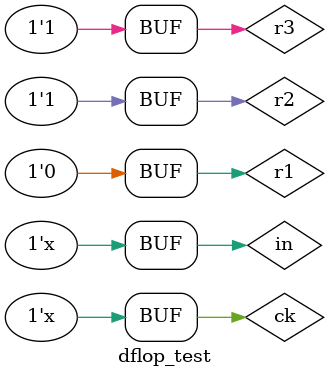
<source format=v>
module dflop_test;

reg in,ck,r1,r2,r3;
wire out,outb;

initial 
begin
ck=0;
r1=1;
r2=0;
r3=0;
in=0;
#5 r1=0;
   r2=1;
   r3=1;	
end

d_flop2  h1(in,r1,r2,r3,ck,out,outb);

always
begin
#10 ck=~ck;
end

always 
begin
#20 in=~in;
end

endmodule    
</source>
